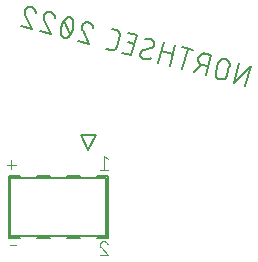
<source format=gbr>
G04 EAGLE Gerber RS-274X export*
G75*
%MOMM*%
%FSLAX34Y34*%
%LPD*%
%INSilkscreen Bottom*%
%IPPOS*%
%AMOC8*
5,1,8,0,0,1.08239X$1,22.5*%
G01*
%ADD10C,0.152400*%
%ADD11C,0.076200*%


D10*
X367761Y267633D02*
X372363Y284807D01*
X358220Y270190D01*
X362822Y287364D01*
X354366Y284517D02*
X352321Y276884D01*
X354366Y284517D02*
X354400Y284652D01*
X354430Y284789D01*
X354457Y284926D01*
X354480Y285064D01*
X354498Y285202D01*
X354513Y285341D01*
X354524Y285481D01*
X354531Y285620D01*
X354534Y285760D01*
X354533Y285900D01*
X354528Y286040D01*
X354519Y286179D01*
X354506Y286318D01*
X354489Y286457D01*
X354469Y286595D01*
X354444Y286733D01*
X354416Y286870D01*
X354383Y287006D01*
X354347Y287141D01*
X354307Y287275D01*
X354263Y287407D01*
X354216Y287539D01*
X354165Y287669D01*
X354110Y287797D01*
X354051Y287924D01*
X353989Y288050D01*
X353924Y288173D01*
X353855Y288295D01*
X353782Y288414D01*
X353706Y288532D01*
X353627Y288647D01*
X353545Y288760D01*
X353460Y288871D01*
X353371Y288979D01*
X353279Y289084D01*
X353185Y289187D01*
X353087Y289287D01*
X352987Y289385D01*
X352884Y289479D01*
X352779Y289571D01*
X352671Y289660D01*
X352560Y289745D01*
X352447Y289827D01*
X352332Y289906D01*
X352214Y289982D01*
X352095Y290055D01*
X351973Y290124D01*
X351850Y290189D01*
X351724Y290251D01*
X351597Y290310D01*
X351469Y290365D01*
X351339Y290416D01*
X351207Y290463D01*
X351075Y290507D01*
X350941Y290547D01*
X350806Y290583D01*
X350670Y290616D01*
X350533Y290644D01*
X350395Y290669D01*
X350257Y290689D01*
X350118Y290706D01*
X349979Y290719D01*
X349840Y290728D01*
X349700Y290733D01*
X349560Y290734D01*
X349420Y290731D01*
X349281Y290724D01*
X349141Y290713D01*
X349002Y290698D01*
X348864Y290680D01*
X348726Y290657D01*
X348589Y290630D01*
X348452Y290600D01*
X348317Y290566D01*
X348182Y290528D01*
X348049Y290486D01*
X347917Y290440D01*
X347786Y290391D01*
X347657Y290338D01*
X347529Y290281D01*
X347403Y290221D01*
X347278Y290157D01*
X347156Y290090D01*
X347035Y290019D01*
X346917Y289945D01*
X346800Y289867D01*
X346686Y289787D01*
X346574Y289703D01*
X346465Y289616D01*
X346358Y289526D01*
X346254Y289432D01*
X346152Y289336D01*
X346054Y289238D01*
X345958Y289136D01*
X345864Y289032D01*
X345774Y288925D01*
X345687Y288816D01*
X345603Y288704D01*
X345523Y288590D01*
X345445Y288473D01*
X345371Y288355D01*
X345300Y288234D01*
X345233Y288112D01*
X345169Y287987D01*
X345109Y287861D01*
X345052Y287733D01*
X344999Y287604D01*
X344950Y287473D01*
X344904Y287341D01*
X344862Y287208D01*
X344824Y287073D01*
X344825Y287073D02*
X342779Y279440D01*
X342745Y279305D01*
X342715Y279168D01*
X342688Y279031D01*
X342665Y278893D01*
X342647Y278755D01*
X342632Y278616D01*
X342621Y278476D01*
X342614Y278337D01*
X342611Y278197D01*
X342612Y278057D01*
X342617Y277917D01*
X342626Y277778D01*
X342639Y277639D01*
X342656Y277500D01*
X342676Y277362D01*
X342701Y277224D01*
X342729Y277087D01*
X342762Y276951D01*
X342798Y276816D01*
X342838Y276682D01*
X342882Y276550D01*
X342929Y276418D01*
X342980Y276288D01*
X343035Y276160D01*
X343094Y276033D01*
X343156Y275907D01*
X343221Y275784D01*
X343290Y275662D01*
X343363Y275543D01*
X343439Y275425D01*
X343518Y275310D01*
X343600Y275197D01*
X343685Y275086D01*
X343774Y274978D01*
X343866Y274873D01*
X343960Y274770D01*
X344058Y274670D01*
X344158Y274572D01*
X344261Y274478D01*
X344366Y274386D01*
X344474Y274297D01*
X344585Y274212D01*
X344698Y274130D01*
X344813Y274051D01*
X344931Y273975D01*
X345050Y273902D01*
X345172Y273833D01*
X345295Y273768D01*
X345421Y273706D01*
X345548Y273647D01*
X345676Y273592D01*
X345806Y273541D01*
X345938Y273494D01*
X346070Y273450D01*
X346204Y273410D01*
X346339Y273374D01*
X346475Y273341D01*
X346612Y273313D01*
X346750Y273288D01*
X346888Y273268D01*
X347027Y273251D01*
X347166Y273238D01*
X347305Y273229D01*
X347445Y273224D01*
X347585Y273223D01*
X347725Y273226D01*
X347864Y273233D01*
X348004Y273244D01*
X348143Y273259D01*
X348281Y273277D01*
X348419Y273300D01*
X348556Y273327D01*
X348693Y273357D01*
X348828Y273391D01*
X348963Y273429D01*
X349096Y273471D01*
X349228Y273517D01*
X349359Y273566D01*
X349488Y273619D01*
X349616Y273676D01*
X349742Y273736D01*
X349867Y273800D01*
X349989Y273867D01*
X350110Y273938D01*
X350228Y274012D01*
X350345Y274090D01*
X350459Y274170D01*
X350571Y274254D01*
X350680Y274341D01*
X350787Y274431D01*
X350891Y274525D01*
X350993Y274621D01*
X351091Y274719D01*
X351187Y274821D01*
X351281Y274925D01*
X351371Y275032D01*
X351458Y275141D01*
X351542Y275253D01*
X351622Y275367D01*
X351700Y275484D01*
X351774Y275602D01*
X351845Y275723D01*
X351912Y275845D01*
X351976Y275970D01*
X352036Y276096D01*
X352093Y276224D01*
X352146Y276353D01*
X352195Y276484D01*
X352241Y276616D01*
X352283Y276749D01*
X352321Y276884D01*
X334241Y276615D02*
X338843Y293789D01*
X334072Y295067D01*
X334072Y295068D02*
X333937Y295102D01*
X333800Y295132D01*
X333663Y295159D01*
X333525Y295182D01*
X333387Y295200D01*
X333248Y295215D01*
X333108Y295226D01*
X332969Y295233D01*
X332829Y295236D01*
X332689Y295235D01*
X332549Y295230D01*
X332410Y295221D01*
X332271Y295208D01*
X332132Y295191D01*
X331994Y295171D01*
X331856Y295146D01*
X331719Y295118D01*
X331583Y295085D01*
X331448Y295049D01*
X331314Y295009D01*
X331182Y294965D01*
X331050Y294918D01*
X330920Y294867D01*
X330791Y294812D01*
X330665Y294753D01*
X330539Y294691D01*
X330416Y294626D01*
X330294Y294557D01*
X330175Y294484D01*
X330057Y294408D01*
X329942Y294329D01*
X329829Y294247D01*
X329718Y294162D01*
X329610Y294073D01*
X329505Y293981D01*
X329402Y293887D01*
X329302Y293789D01*
X329204Y293689D01*
X329110Y293586D01*
X329018Y293481D01*
X328929Y293372D01*
X328844Y293262D01*
X328762Y293149D01*
X328683Y293034D01*
X328607Y292916D01*
X328534Y292797D01*
X328465Y292675D01*
X328400Y292552D01*
X328338Y292426D01*
X328279Y292299D01*
X328224Y292171D01*
X328173Y292041D01*
X328126Y291909D01*
X328082Y291777D01*
X328042Y291643D01*
X328006Y291508D01*
X327973Y291372D01*
X327945Y291235D01*
X327920Y291097D01*
X327900Y290959D01*
X327883Y290820D01*
X327870Y290681D01*
X327861Y290542D01*
X327856Y290402D01*
X327855Y290262D01*
X327858Y290122D01*
X327865Y289983D01*
X327876Y289843D01*
X327891Y289704D01*
X327909Y289566D01*
X327932Y289428D01*
X327959Y289291D01*
X327989Y289154D01*
X328023Y289019D01*
X328061Y288884D01*
X328103Y288751D01*
X328149Y288619D01*
X328198Y288488D01*
X328251Y288359D01*
X328308Y288231D01*
X328368Y288105D01*
X328432Y287980D01*
X328499Y287858D01*
X328570Y287737D01*
X328644Y287619D01*
X328722Y287502D01*
X328802Y287388D01*
X328886Y287276D01*
X328973Y287167D01*
X329063Y287060D01*
X329157Y286956D01*
X329253Y286854D01*
X329351Y286756D01*
X329453Y286660D01*
X329557Y286566D01*
X329664Y286476D01*
X329773Y286389D01*
X329885Y286305D01*
X329999Y286225D01*
X330116Y286147D01*
X330234Y286073D01*
X330355Y286002D01*
X330477Y285935D01*
X330602Y285871D01*
X330728Y285811D01*
X330856Y285754D01*
X330985Y285701D01*
X331116Y285652D01*
X331248Y285606D01*
X331381Y285564D01*
X331516Y285526D01*
X331515Y285526D02*
X336286Y284248D01*
X330561Y285782D02*
X324700Y279172D01*
X314452Y281917D02*
X319054Y299092D01*
X323824Y297813D02*
X314283Y300370D01*
X308184Y302004D02*
X303582Y284830D01*
X306139Y294371D02*
X296597Y296928D01*
X298643Y304561D02*
X294041Y287386D01*
X281677Y290700D02*
X281558Y290734D01*
X281440Y290771D01*
X281323Y290813D01*
X281207Y290858D01*
X281093Y290907D01*
X280980Y290959D01*
X280869Y291015D01*
X280760Y291074D01*
X280653Y291136D01*
X280548Y291202D01*
X280445Y291272D01*
X280344Y291344D01*
X280246Y291420D01*
X280150Y291498D01*
X280056Y291580D01*
X279965Y291664D01*
X279877Y291752D01*
X279792Y291842D01*
X279709Y291934D01*
X279629Y292030D01*
X279553Y292127D01*
X279479Y292227D01*
X279409Y292330D01*
X279342Y292434D01*
X279278Y292541D01*
X279218Y292649D01*
X279161Y292759D01*
X279108Y292871D01*
X279058Y292985D01*
X279011Y293100D01*
X278969Y293217D01*
X278930Y293335D01*
X278895Y293454D01*
X278863Y293574D01*
X278835Y293695D01*
X278811Y293816D01*
X278791Y293939D01*
X278775Y294062D01*
X278763Y294185D01*
X278754Y294309D01*
X278750Y294433D01*
X278749Y294557D01*
X278752Y294681D01*
X278760Y294805D01*
X278771Y294929D01*
X278786Y295052D01*
X278804Y295175D01*
X278827Y295297D01*
X278853Y295418D01*
X278884Y295539D01*
X281678Y290699D02*
X281871Y290650D01*
X282066Y290605D01*
X282262Y290565D01*
X282458Y290530D01*
X282655Y290499D01*
X282853Y290473D01*
X283052Y290452D01*
X283251Y290436D01*
X283450Y290424D01*
X283650Y290417D01*
X283850Y290415D01*
X284049Y290418D01*
X284249Y290425D01*
X284448Y290437D01*
X284647Y290454D01*
X284846Y290476D01*
X285044Y290503D01*
X285241Y290534D01*
X285437Y290570D01*
X285633Y290610D01*
X285827Y290656D01*
X286021Y290705D01*
X286213Y290760D01*
X286404Y290819D01*
X286593Y290883D01*
X286780Y290951D01*
X286966Y291024D01*
X287151Y291101D01*
X287333Y291182D01*
X287513Y291268D01*
X287692Y291358D01*
X287868Y291452D01*
X288041Y291551D01*
X290504Y302650D02*
X290535Y302771D01*
X290561Y302892D01*
X290584Y303014D01*
X290602Y303137D01*
X290617Y303260D01*
X290628Y303384D01*
X290636Y303508D01*
X290639Y303632D01*
X290638Y303756D01*
X290634Y303880D01*
X290625Y304004D01*
X290613Y304127D01*
X290597Y304250D01*
X290577Y304373D01*
X290553Y304494D01*
X290525Y304615D01*
X290493Y304736D01*
X290458Y304855D01*
X290419Y304972D01*
X290377Y305089D01*
X290330Y305204D01*
X290280Y305318D01*
X290227Y305430D01*
X290170Y305540D01*
X290110Y305649D01*
X290046Y305755D01*
X289979Y305859D01*
X289909Y305962D01*
X289835Y306062D01*
X289759Y306159D01*
X289679Y306255D01*
X289596Y306347D01*
X289511Y306437D01*
X289423Y306525D01*
X289332Y306609D01*
X289238Y306691D01*
X289142Y306769D01*
X289044Y306845D01*
X288943Y306917D01*
X288840Y306987D01*
X288735Y307053D01*
X288628Y307115D01*
X288518Y307174D01*
X288408Y307230D01*
X288295Y307282D01*
X288181Y307331D01*
X288065Y307376D01*
X287948Y307418D01*
X287830Y307455D01*
X287711Y307489D01*
X287710Y307490D02*
X287539Y307533D01*
X287367Y307573D01*
X287194Y307608D01*
X287020Y307640D01*
X286846Y307667D01*
X286671Y307690D01*
X286495Y307709D01*
X286319Y307723D01*
X286143Y307734D01*
X285967Y307740D01*
X285790Y307742D01*
X285614Y307740D01*
X285437Y307733D01*
X285261Y307723D01*
X285085Y307708D01*
X284910Y307689D01*
X284735Y307666D01*
X284560Y307639D01*
X284386Y307607D01*
X284213Y307572D01*
X284041Y307532D01*
X283870Y307488D01*
X283700Y307440D01*
X283532Y307388D01*
X283364Y307333D01*
X283198Y307273D01*
X283033Y307209D01*
X287701Y299822D02*
X287819Y299857D01*
X287935Y299895D01*
X288050Y299937D01*
X288164Y299982D01*
X288277Y300030D01*
X288388Y300082D01*
X288497Y300138D01*
X288605Y300197D01*
X288710Y300258D01*
X288814Y300324D01*
X288916Y300392D01*
X289015Y300463D01*
X289113Y300538D01*
X289208Y300615D01*
X289300Y300695D01*
X289391Y300778D01*
X289478Y300864D01*
X289563Y300952D01*
X289645Y301043D01*
X289725Y301137D01*
X289801Y301232D01*
X289875Y301330D01*
X289945Y301431D01*
X290013Y301533D01*
X290077Y301637D01*
X290138Y301744D01*
X290196Y301852D01*
X290250Y301961D01*
X290301Y302073D01*
X290349Y302186D01*
X290393Y302300D01*
X290434Y302416D01*
X290471Y302532D01*
X290504Y302650D01*
X281687Y298367D02*
X281569Y298332D01*
X281453Y298294D01*
X281338Y298252D01*
X281224Y298207D01*
X281111Y298159D01*
X281000Y298107D01*
X280891Y298051D01*
X280783Y297992D01*
X280678Y297930D01*
X280574Y297865D01*
X280472Y297797D01*
X280373Y297726D01*
X280275Y297651D01*
X280180Y297574D01*
X280087Y297494D01*
X279997Y297411D01*
X279910Y297325D01*
X279825Y297237D01*
X279743Y297146D01*
X279663Y297052D01*
X279587Y296957D01*
X279513Y296859D01*
X279443Y296758D01*
X279375Y296656D01*
X279311Y296552D01*
X279250Y296445D01*
X279192Y296337D01*
X279138Y296228D01*
X279087Y296116D01*
X279039Y296003D01*
X278995Y295889D01*
X278954Y295773D01*
X278917Y295657D01*
X278884Y295539D01*
X281687Y298366D02*
X287701Y299823D01*
X271195Y293508D02*
X263562Y295553D01*
X271195Y293508D02*
X275797Y310682D01*
X268164Y312727D01*
X268027Y304583D02*
X273752Y303049D01*
X253958Y298127D02*
X250141Y299149D01*
X253957Y298127D02*
X254078Y298096D01*
X254199Y298070D01*
X254321Y298047D01*
X254444Y298029D01*
X254567Y298014D01*
X254691Y298003D01*
X254815Y297995D01*
X254939Y297992D01*
X255063Y297993D01*
X255187Y297997D01*
X255311Y298006D01*
X255434Y298018D01*
X255557Y298034D01*
X255680Y298054D01*
X255801Y298078D01*
X255922Y298106D01*
X256043Y298138D01*
X256162Y298173D01*
X256279Y298212D01*
X256396Y298254D01*
X256511Y298301D01*
X256625Y298351D01*
X256737Y298404D01*
X256847Y298461D01*
X256956Y298521D01*
X257062Y298585D01*
X257166Y298652D01*
X257269Y298722D01*
X257369Y298796D01*
X257466Y298873D01*
X257562Y298952D01*
X257654Y299035D01*
X257744Y299120D01*
X257832Y299208D01*
X257916Y299299D01*
X257998Y299393D01*
X258076Y299489D01*
X258152Y299587D01*
X258224Y299688D01*
X258294Y299791D01*
X258360Y299896D01*
X258422Y300003D01*
X258481Y300113D01*
X258537Y300223D01*
X258589Y300336D01*
X258638Y300450D01*
X258683Y300566D01*
X258725Y300683D01*
X258762Y300801D01*
X258796Y300920D01*
X258797Y300920D02*
X261353Y310462D01*
X261353Y310461D02*
X261384Y310582D01*
X261410Y310703D01*
X261433Y310825D01*
X261451Y310948D01*
X261466Y311071D01*
X261477Y311195D01*
X261485Y311319D01*
X261488Y311443D01*
X261487Y311567D01*
X261483Y311691D01*
X261474Y311815D01*
X261462Y311938D01*
X261446Y312061D01*
X261426Y312184D01*
X261402Y312305D01*
X261374Y312426D01*
X261342Y312546D01*
X261307Y312666D01*
X261268Y312783D01*
X261226Y312900D01*
X261179Y313015D01*
X261129Y313129D01*
X261076Y313241D01*
X261019Y313351D01*
X260959Y313459D01*
X260895Y313566D01*
X260828Y313670D01*
X260758Y313773D01*
X260684Y313873D01*
X260608Y313970D01*
X260528Y314066D01*
X260445Y314158D01*
X260360Y314248D01*
X260272Y314336D01*
X260181Y314420D01*
X260087Y314502D01*
X259991Y314580D01*
X259893Y314656D01*
X259792Y314728D01*
X259689Y314798D01*
X259584Y314864D01*
X259477Y314926D01*
X259367Y314985D01*
X259257Y315041D01*
X259144Y315093D01*
X259030Y315142D01*
X258914Y315187D01*
X258797Y315229D01*
X258679Y315266D01*
X258560Y315300D01*
X258560Y315301D02*
X254743Y316323D01*
X234982Y321619D02*
X234854Y321651D01*
X234725Y321679D01*
X234596Y321704D01*
X234466Y321724D01*
X234335Y321741D01*
X234204Y321754D01*
X234072Y321763D01*
X233941Y321769D01*
X233809Y321770D01*
X233677Y321767D01*
X233546Y321761D01*
X233414Y321750D01*
X233284Y321736D01*
X233153Y321718D01*
X233023Y321696D01*
X232894Y321670D01*
X232766Y321640D01*
X232638Y321607D01*
X232512Y321570D01*
X232387Y321529D01*
X232263Y321484D01*
X232140Y321436D01*
X232019Y321384D01*
X231900Y321328D01*
X231782Y321269D01*
X231666Y321207D01*
X231552Y321141D01*
X231440Y321072D01*
X231330Y320999D01*
X231222Y320924D01*
X231116Y320845D01*
X231013Y320763D01*
X230913Y320678D01*
X230815Y320590D01*
X230719Y320499D01*
X230626Y320405D01*
X230537Y320309D01*
X230450Y320210D01*
X230366Y320109D01*
X230285Y320005D01*
X230207Y319898D01*
X230132Y319790D01*
X230061Y319679D01*
X229993Y319566D01*
X229928Y319452D01*
X229866Y319335D01*
X229809Y319217D01*
X229754Y319097D01*
X229704Y318975D01*
X229657Y318852D01*
X229613Y318728D01*
X229573Y318602D01*
X229537Y318475D01*
X234981Y321618D02*
X235125Y321578D01*
X235268Y321533D01*
X235410Y321485D01*
X235550Y321433D01*
X235689Y321378D01*
X235827Y321319D01*
X235962Y321256D01*
X236097Y321190D01*
X236229Y321120D01*
X236360Y321047D01*
X236488Y320971D01*
X236615Y320891D01*
X236739Y320808D01*
X236861Y320721D01*
X236981Y320632D01*
X237099Y320539D01*
X237214Y320443D01*
X237326Y320345D01*
X237436Y320243D01*
X237543Y320139D01*
X237647Y320031D01*
X237749Y319922D01*
X237847Y319809D01*
X237943Y319694D01*
X238036Y319576D01*
X238125Y319456D01*
X238211Y319334D01*
X238294Y319210D01*
X238374Y319083D01*
X238451Y318955D01*
X238524Y318824D01*
X238593Y318691D01*
X238659Y318557D01*
X238722Y318421D01*
X238781Y318284D01*
X238836Y318145D01*
X238888Y318004D01*
X238936Y317863D01*
X238980Y317720D01*
X239021Y317576D01*
X239057Y317431D01*
X239090Y317285D01*
X239119Y317138D01*
X239144Y316990D01*
X239166Y316842D01*
X239183Y316694D01*
X239197Y316545D01*
X239206Y316395D01*
X230074Y314753D02*
X230006Y314868D01*
X229942Y314984D01*
X229880Y315103D01*
X229822Y315223D01*
X229768Y315344D01*
X229716Y315467D01*
X229669Y315592D01*
X229624Y315717D01*
X229584Y315844D01*
X229546Y315972D01*
X229513Y316101D01*
X229483Y316231D01*
X229456Y316362D01*
X229434Y316493D01*
X229415Y316625D01*
X229399Y316758D01*
X229388Y316890D01*
X229380Y317024D01*
X229376Y317157D01*
X229375Y317290D01*
X229379Y317423D01*
X229386Y317556D01*
X229396Y317689D01*
X229411Y317822D01*
X229429Y317954D01*
X229450Y318085D01*
X229476Y318216D01*
X229505Y318346D01*
X229538Y318476D01*
X230074Y314752D02*
X235627Y303038D01*
X226086Y305595D01*
X221749Y315961D02*
X221835Y316300D01*
X221914Y316641D01*
X221984Y316983D01*
X222046Y317328D01*
X222100Y317673D01*
X222145Y318020D01*
X222182Y318368D01*
X222211Y318716D01*
X222232Y319066D01*
X222244Y319415D01*
X222248Y319765D01*
X222244Y320115D01*
X222231Y320464D01*
X222210Y320813D01*
X222180Y321162D01*
X222142Y321510D01*
X222096Y321856D01*
X222042Y322202D01*
X221979Y322546D01*
X221969Y322665D01*
X221955Y322784D01*
X221937Y322902D01*
X221916Y323019D01*
X221890Y323135D01*
X221861Y323251D01*
X221828Y323366D01*
X221791Y323479D01*
X221751Y323591D01*
X221707Y323702D01*
X221659Y323812D01*
X221608Y323919D01*
X221553Y324025D01*
X221495Y324130D01*
X221433Y324232D01*
X221368Y324332D01*
X221300Y324430D01*
X221229Y324526D01*
X221155Y324619D01*
X221077Y324710D01*
X220997Y324798D01*
X220914Y324884D01*
X220828Y324967D01*
X220740Y325047D01*
X220649Y325124D01*
X220555Y325198D01*
X220459Y325269D01*
X220361Y325337D01*
X220261Y325401D01*
X220158Y325462D01*
X220054Y325520D01*
X219948Y325575D01*
X219840Y325626D01*
X219731Y325673D01*
X219620Y325717D01*
X219507Y325757D01*
X219394Y325794D01*
X219279Y325826D01*
X219163Y325855D01*
X219047Y325881D01*
X218929Y325902D01*
X218811Y325920D01*
X218693Y325933D01*
X218574Y325943D01*
X218455Y325949D01*
X218335Y325951D01*
X218216Y325949D01*
X218097Y325943D01*
X217978Y325934D01*
X217859Y325920D01*
X217741Y325903D01*
X217624Y325882D01*
X217507Y325857D01*
X217392Y325828D01*
X217277Y325795D01*
X217163Y325759D01*
X217051Y325719D01*
X216940Y325675D01*
X216830Y325628D01*
X216722Y325577D01*
X216616Y325523D01*
X216512Y325465D01*
X216409Y325404D01*
X216309Y325339D01*
X216210Y325272D01*
X216115Y325201D01*
X216021Y325127D01*
X215930Y325050D01*
X215841Y324970D01*
X215755Y324887D01*
X215672Y324802D01*
X215592Y324713D01*
X215514Y324623D01*
X215440Y324529D01*
X215368Y324434D01*
X215300Y324336D01*
X215300Y324335D02*
X215074Y324069D01*
X214854Y323797D01*
X214641Y323519D01*
X214434Y323237D01*
X214234Y322950D01*
X214042Y322658D01*
X213856Y322362D01*
X213677Y322061D01*
X213505Y321756D01*
X213341Y321448D01*
X213184Y321135D01*
X213035Y320818D01*
X212894Y320499D01*
X212760Y320176D01*
X212633Y319849D01*
X212515Y319520D01*
X212404Y319188D01*
X212302Y318854D01*
X212207Y318517D01*
X221749Y315960D02*
X221654Y315624D01*
X221552Y315289D01*
X221441Y314957D01*
X221323Y314628D01*
X221196Y314302D01*
X221062Y313979D01*
X220921Y313659D01*
X220771Y313343D01*
X220615Y313030D01*
X220450Y312721D01*
X220279Y312416D01*
X220100Y312116D01*
X219914Y311819D01*
X219721Y311527D01*
X219522Y311240D01*
X219315Y310958D01*
X219102Y310681D01*
X218882Y310409D01*
X218656Y310142D01*
X218588Y310044D01*
X218516Y309949D01*
X218442Y309855D01*
X218364Y309765D01*
X218284Y309676D01*
X218201Y309591D01*
X218115Y309508D01*
X218026Y309428D01*
X217935Y309351D01*
X217842Y309277D01*
X217746Y309206D01*
X217647Y309139D01*
X217547Y309074D01*
X217444Y309013D01*
X217340Y308955D01*
X217234Y308901D01*
X217126Y308850D01*
X217016Y308803D01*
X216905Y308759D01*
X216793Y308719D01*
X216679Y308683D01*
X216564Y308650D01*
X216449Y308621D01*
X216332Y308596D01*
X216215Y308575D01*
X216097Y308558D01*
X215978Y308544D01*
X215859Y308535D01*
X215740Y308529D01*
X215621Y308527D01*
X215501Y308529D01*
X215382Y308535D01*
X215263Y308545D01*
X215145Y308558D01*
X215027Y308576D01*
X214909Y308597D01*
X214793Y308623D01*
X214677Y308652D01*
X211977Y311932D02*
X211914Y312276D01*
X211860Y312622D01*
X211814Y312968D01*
X211776Y313316D01*
X211746Y313665D01*
X211725Y314014D01*
X211712Y314363D01*
X211708Y314713D01*
X211712Y315063D01*
X211724Y315413D01*
X211745Y315762D01*
X211774Y316110D01*
X211811Y316458D01*
X211856Y316805D01*
X211910Y317151D01*
X211972Y317495D01*
X212042Y317838D01*
X212121Y318178D01*
X212207Y318517D01*
X211977Y311932D02*
X211987Y311813D01*
X212001Y311694D01*
X212019Y311576D01*
X212040Y311459D01*
X212066Y311343D01*
X212095Y311227D01*
X212128Y311112D01*
X212165Y310999D01*
X212205Y310887D01*
X212249Y310776D01*
X212297Y310666D01*
X212348Y310559D01*
X212403Y310453D01*
X212461Y310348D01*
X212523Y310246D01*
X212588Y310146D01*
X212656Y310048D01*
X212727Y309952D01*
X212801Y309859D01*
X212879Y309768D01*
X212959Y309680D01*
X213042Y309594D01*
X213128Y309511D01*
X213216Y309431D01*
X213307Y309354D01*
X213401Y309280D01*
X213497Y309209D01*
X213595Y309141D01*
X213695Y309077D01*
X213798Y309015D01*
X213902Y308958D01*
X214008Y308903D01*
X214116Y308852D01*
X214225Y308805D01*
X214336Y308761D01*
X214449Y308721D01*
X214562Y308684D01*
X214677Y308652D01*
X219516Y311446D02*
X214440Y323032D01*
X202623Y330290D02*
X202495Y330322D01*
X202366Y330350D01*
X202237Y330375D01*
X202107Y330395D01*
X201976Y330412D01*
X201845Y330425D01*
X201713Y330434D01*
X201582Y330440D01*
X201450Y330441D01*
X201318Y330438D01*
X201187Y330432D01*
X201055Y330421D01*
X200925Y330407D01*
X200794Y330389D01*
X200664Y330367D01*
X200535Y330341D01*
X200407Y330311D01*
X200279Y330278D01*
X200153Y330241D01*
X200028Y330200D01*
X199904Y330155D01*
X199781Y330107D01*
X199660Y330055D01*
X199541Y329999D01*
X199423Y329940D01*
X199307Y329878D01*
X199193Y329812D01*
X199081Y329743D01*
X198971Y329670D01*
X198863Y329595D01*
X198757Y329516D01*
X198654Y329434D01*
X198554Y329349D01*
X198456Y329261D01*
X198360Y329170D01*
X198267Y329076D01*
X198178Y328980D01*
X198091Y328881D01*
X198007Y328780D01*
X197926Y328676D01*
X197848Y328569D01*
X197773Y328461D01*
X197702Y328350D01*
X197634Y328237D01*
X197569Y328123D01*
X197507Y328006D01*
X197450Y327888D01*
X197395Y327768D01*
X197345Y327646D01*
X197298Y327523D01*
X197254Y327399D01*
X197214Y327273D01*
X197178Y327146D01*
X202622Y330289D02*
X202766Y330249D01*
X202909Y330204D01*
X203051Y330156D01*
X203191Y330104D01*
X203330Y330049D01*
X203468Y329990D01*
X203603Y329927D01*
X203738Y329861D01*
X203870Y329791D01*
X204001Y329718D01*
X204129Y329642D01*
X204256Y329562D01*
X204380Y329479D01*
X204502Y329392D01*
X204622Y329303D01*
X204740Y329210D01*
X204855Y329114D01*
X204967Y329016D01*
X205077Y328914D01*
X205184Y328810D01*
X205288Y328702D01*
X205390Y328593D01*
X205488Y328480D01*
X205584Y328365D01*
X205677Y328247D01*
X205766Y328127D01*
X205852Y328005D01*
X205935Y327881D01*
X206015Y327754D01*
X206092Y327626D01*
X206165Y327495D01*
X206234Y327362D01*
X206300Y327228D01*
X206363Y327092D01*
X206422Y326955D01*
X206477Y326816D01*
X206529Y326675D01*
X206577Y326534D01*
X206621Y326391D01*
X206662Y326247D01*
X206698Y326102D01*
X206731Y325956D01*
X206760Y325809D01*
X206785Y325661D01*
X206807Y325513D01*
X206824Y325365D01*
X206838Y325216D01*
X206847Y325066D01*
X197715Y323423D02*
X197647Y323538D01*
X197583Y323654D01*
X197521Y323773D01*
X197463Y323893D01*
X197409Y324014D01*
X197357Y324137D01*
X197310Y324262D01*
X197265Y324387D01*
X197225Y324514D01*
X197187Y324642D01*
X197154Y324771D01*
X197124Y324901D01*
X197097Y325032D01*
X197075Y325163D01*
X197056Y325295D01*
X197040Y325428D01*
X197029Y325560D01*
X197021Y325694D01*
X197017Y325827D01*
X197016Y325960D01*
X197020Y326093D01*
X197027Y326226D01*
X197037Y326359D01*
X197052Y326492D01*
X197070Y326624D01*
X197091Y326755D01*
X197117Y326886D01*
X197146Y327016D01*
X197179Y327146D01*
X197715Y323423D02*
X203268Y311709D01*
X193727Y314265D01*
X180998Y331481D02*
X181034Y331608D01*
X181074Y331734D01*
X181118Y331858D01*
X181165Y331981D01*
X181215Y332103D01*
X181270Y332223D01*
X181327Y332341D01*
X181389Y332458D01*
X181454Y332572D01*
X181522Y332685D01*
X181593Y332796D01*
X181668Y332904D01*
X181746Y333011D01*
X181827Y333115D01*
X181911Y333216D01*
X181998Y333315D01*
X182087Y333411D01*
X182180Y333505D01*
X182276Y333596D01*
X182374Y333684D01*
X182474Y333769D01*
X182577Y333851D01*
X182683Y333930D01*
X182791Y334005D01*
X182901Y334078D01*
X183013Y334147D01*
X183127Y334213D01*
X183243Y334275D01*
X183361Y334334D01*
X183480Y334390D01*
X183601Y334442D01*
X183724Y334490D01*
X183848Y334535D01*
X183973Y334576D01*
X184099Y334613D01*
X184227Y334646D01*
X184355Y334676D01*
X184484Y334702D01*
X184614Y334724D01*
X184745Y334742D01*
X184875Y334756D01*
X185007Y334767D01*
X185138Y334773D01*
X185270Y334776D01*
X185402Y334775D01*
X185533Y334769D01*
X185665Y334760D01*
X185796Y334747D01*
X185927Y334730D01*
X186057Y334710D01*
X186186Y334685D01*
X186315Y334657D01*
X186443Y334625D01*
X186443Y334624D02*
X186587Y334584D01*
X186730Y334539D01*
X186872Y334491D01*
X187012Y334439D01*
X187151Y334384D01*
X187289Y334325D01*
X187424Y334262D01*
X187559Y334196D01*
X187691Y334126D01*
X187822Y334053D01*
X187950Y333977D01*
X188077Y333897D01*
X188201Y333814D01*
X188323Y333727D01*
X188443Y333638D01*
X188561Y333545D01*
X188676Y333449D01*
X188788Y333351D01*
X188898Y333249D01*
X189005Y333145D01*
X189109Y333037D01*
X189211Y332928D01*
X189309Y332815D01*
X189405Y332700D01*
X189498Y332582D01*
X189587Y332462D01*
X189673Y332340D01*
X189756Y332216D01*
X189836Y332089D01*
X189913Y331961D01*
X189986Y331830D01*
X190055Y331697D01*
X190121Y331563D01*
X190184Y331427D01*
X190243Y331290D01*
X190298Y331151D01*
X190350Y331010D01*
X190398Y330869D01*
X190442Y330726D01*
X190483Y330582D01*
X190519Y330437D01*
X190552Y330291D01*
X190581Y330144D01*
X190606Y329996D01*
X190628Y329848D01*
X190645Y329700D01*
X190659Y329551D01*
X190668Y329401D01*
X181535Y327759D02*
X181467Y327874D01*
X181403Y327990D01*
X181341Y328109D01*
X181283Y328229D01*
X181229Y328350D01*
X181177Y328473D01*
X181130Y328598D01*
X181085Y328723D01*
X181045Y328850D01*
X181007Y328978D01*
X180974Y329107D01*
X180944Y329237D01*
X180917Y329368D01*
X180895Y329499D01*
X180876Y329631D01*
X180860Y329764D01*
X180849Y329896D01*
X180841Y330030D01*
X180837Y330163D01*
X180836Y330296D01*
X180840Y330429D01*
X180847Y330562D01*
X180857Y330695D01*
X180872Y330828D01*
X180890Y330960D01*
X180911Y331091D01*
X180937Y331222D01*
X180966Y331352D01*
X180999Y331482D01*
X181535Y327758D02*
X187088Y316044D01*
X177547Y318601D01*
X228600Y226085D02*
X234950Y213385D01*
X228600Y226085D02*
X241300Y226085D01*
X234950Y213385D01*
X242214Y139065D02*
X251460Y139065D01*
X167640Y139065D02*
X167640Y191135D01*
X176886Y191135D01*
X251460Y191135D02*
X251460Y139065D01*
X176886Y139065D02*
X167640Y139065D01*
X191414Y191135D02*
X202286Y191135D01*
X202286Y139065D02*
X191414Y139065D01*
X216814Y191135D02*
X227686Y191135D01*
X227686Y139065D02*
X216814Y139065D01*
X242214Y191135D02*
X251460Y191135D01*
D11*
X173609Y201112D02*
X165650Y201112D01*
X169630Y205091D02*
X169630Y197132D01*
X168303Y133167D02*
X173609Y133167D01*
X247858Y208407D02*
X251174Y205754D01*
X247858Y208407D02*
X247858Y196469D01*
X251174Y196469D02*
X244542Y196469D01*
X247526Y136272D02*
X247419Y136270D01*
X247313Y136264D01*
X247207Y136255D01*
X247101Y136242D01*
X246996Y136225D01*
X246891Y136204D01*
X246788Y136179D01*
X246685Y136151D01*
X246583Y136119D01*
X246483Y136084D01*
X246384Y136045D01*
X246286Y136002D01*
X246190Y135956D01*
X246095Y135907D01*
X246003Y135854D01*
X245912Y135798D01*
X245824Y135739D01*
X245737Y135677D01*
X245653Y135611D01*
X245571Y135543D01*
X245492Y135472D01*
X245415Y135398D01*
X245341Y135321D01*
X245270Y135242D01*
X245202Y135160D01*
X245136Y135076D01*
X245074Y134989D01*
X245015Y134901D01*
X244959Y134810D01*
X244906Y134718D01*
X244857Y134623D01*
X244811Y134527D01*
X244768Y134429D01*
X244729Y134330D01*
X244694Y134230D01*
X244662Y134128D01*
X244634Y134025D01*
X244609Y133922D01*
X244588Y133817D01*
X244571Y133712D01*
X244558Y133606D01*
X244549Y133500D01*
X244543Y133394D01*
X244541Y133287D01*
X247526Y136271D02*
X247647Y136269D01*
X247767Y136263D01*
X247887Y136254D01*
X248007Y136241D01*
X248126Y136224D01*
X248245Y136203D01*
X248363Y136179D01*
X248480Y136150D01*
X248596Y136119D01*
X248712Y136083D01*
X248826Y136044D01*
X248938Y136001D01*
X249050Y135955D01*
X249160Y135906D01*
X249268Y135852D01*
X249374Y135796D01*
X249479Y135736D01*
X249582Y135673D01*
X249682Y135607D01*
X249781Y135538D01*
X249877Y135465D01*
X249971Y135390D01*
X250063Y135312D01*
X250152Y135230D01*
X250239Y135146D01*
X250323Y135060D01*
X250404Y134971D01*
X250482Y134879D01*
X250557Y134785D01*
X250629Y134688D01*
X250699Y134590D01*
X250765Y134489D01*
X250828Y134386D01*
X250887Y134281D01*
X250944Y134175D01*
X250997Y134066D01*
X251046Y133957D01*
X251092Y133845D01*
X251135Y133732D01*
X251173Y133618D01*
X245536Y130965D02*
X245456Y131045D01*
X245378Y131127D01*
X245304Y131211D01*
X245232Y131299D01*
X245164Y131389D01*
X245098Y131481D01*
X245036Y131575D01*
X244978Y131671D01*
X244923Y131770D01*
X244871Y131870D01*
X244823Y131972D01*
X244778Y132076D01*
X244738Y132181D01*
X244701Y132288D01*
X244667Y132396D01*
X244638Y132505D01*
X244612Y132615D01*
X244591Y132726D01*
X244573Y132837D01*
X244559Y132949D01*
X244549Y133061D01*
X244543Y133174D01*
X244541Y133287D01*
X245537Y130965D02*
X251174Y124333D01*
X244542Y124333D01*
D10*
X234950Y213385D02*
X228600Y226085D01*
X241300Y226085D01*
X234950Y213385D01*
X250190Y140335D02*
X168910Y140335D01*
X168910Y189865D01*
X250190Y189865D01*
X250190Y140335D01*
M02*

</source>
